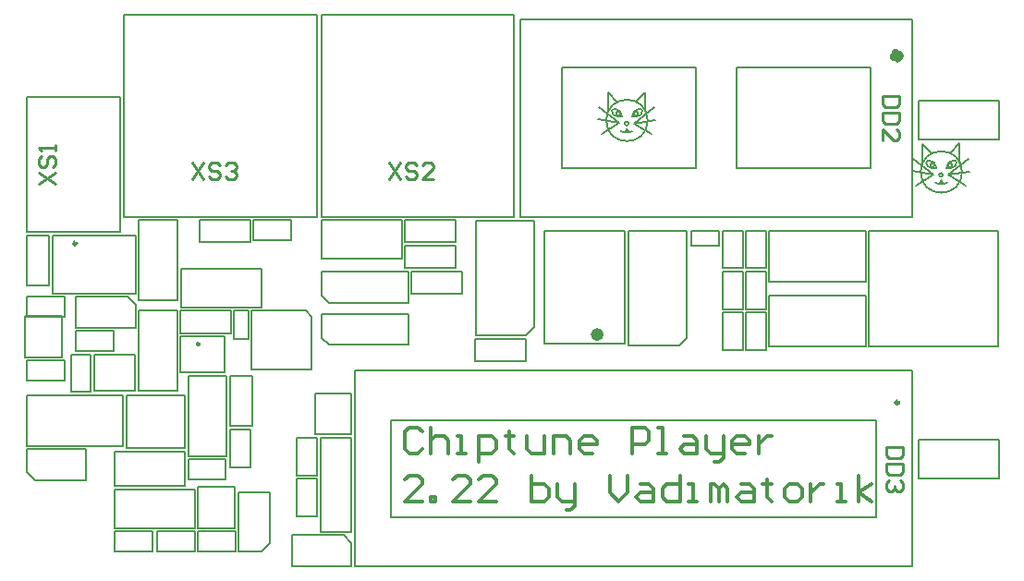
<source format=gto>
G04 Layer_Color=65535*
%FSLAX44Y44*%
%MOMM*%
G71*
G01*
G75*
%ADD10C,0.1500*%
%ADD11C,0.3000*%
%ADD12C,0.6000*%
%ADD14C,1.0000*%
%ADD91C,0.2500*%
%ADD92C,0.2000*%
%ADD93C,0.2540*%
D10*
X549750Y399750D02*
G03*
X552750Y402750I0J3000D01*
G01*
D02*
G03*
X555750Y399750I3000J0D01*
G01*
X564500Y421250D02*
G03*
X557500Y414250I0J-7000D01*
G01*
X566750Y419000D02*
G03*
X564500Y421250I-2250J0D01*
G01*
X562000Y414250D02*
G03*
X566750Y419000I0J4750D01*
G01*
X539000D02*
G03*
X543750Y414250I4750J0D01*
G01*
X541250Y421250D02*
G03*
X539000Y419000I0J-2250D01*
G01*
X548250Y414250D02*
G03*
X541250Y421250I-7000J0D01*
G01*
X836250Y367000D02*
G03*
X829250Y374000I-7000J0D01*
G01*
D02*
G03*
X827000Y371750I0J-2250D01*
G01*
D02*
G03*
X831750Y367000I4750J0D01*
G01*
X850000D02*
G03*
X854750Y371750I0J4750D01*
G01*
D02*
G03*
X852500Y374000I-2250J0D01*
G01*
D02*
G03*
X845500Y367000I0J-7000D01*
G01*
X555836Y399750D02*
G03*
X558250Y400750I0J3414D01*
G01*
X547250D02*
G03*
X549664Y399750I2414J2414D01*
G01*
X835250Y353500D02*
G03*
X837664Y352500I2414J2414D01*
G01*
X843836D02*
G03*
X846250Y353500I0J3414D01*
G01*
X840750Y355500D02*
G03*
X843750Y352500I3000J0D01*
G01*
X837750D02*
G03*
X840750Y355500I0J3000D01*
G01*
X150750Y81250D02*
X185250D01*
X150750D02*
Y99750D01*
X185250D01*
Y81250D02*
Y99750D01*
X122250Y15500D02*
X156750D01*
X122250D02*
Y34000D01*
X156750D01*
Y15500D02*
Y34000D01*
X83250Y15500D02*
X117750D01*
X83250D02*
Y34000D01*
X117750D01*
Y15500D02*
Y34000D01*
X2750Y249000D02*
X37250D01*
Y230500D02*
Y249000D01*
X2750Y230500D02*
X37250D01*
X2750D02*
Y249000D01*
X35000Y201250D02*
Y204000D01*
Y231000D01*
X1500D02*
X35000D01*
X1500Y193500D02*
Y231000D01*
Y193500D02*
X35000D01*
Y201250D01*
X105250Y236000D02*
X140750D01*
X105250Y162500D02*
Y236000D01*
Y162500D02*
X140750D01*
Y236000D01*
X143750Y215500D02*
Y236000D01*
Y215500D02*
X189750D01*
Y236000D01*
X143750D02*
X189750D01*
X158500Y179250D02*
X162500D01*
X184250D01*
Y212750D01*
X143750D02*
X184250D01*
X143750Y179250D02*
Y212750D01*
Y179250D02*
X158500D01*
X95750Y251700D02*
X102750D01*
Y297450D01*
Y305200D01*
X37000D02*
X102750D01*
X26250D02*
X37000D01*
X26250Y251700D02*
Y305200D01*
Y251700D02*
X45000D01*
X95750D01*
X150750Y176250D02*
X186250D01*
X150750Y102750D02*
Y176250D01*
Y102750D02*
X186250D01*
Y176250D01*
X2750Y190250D02*
X37250D01*
Y171750D02*
Y190250D01*
X2750Y171750D02*
X37250D01*
X2750D02*
Y190250D01*
X189250Y176250D02*
X209750D01*
X189250Y130250D02*
Y176250D01*
Y130250D02*
X209750D01*
Y176250D01*
X48250Y217500D02*
X82750D01*
Y199000D02*
Y217500D01*
X48250Y199000D02*
X82750D01*
X48250D02*
Y217500D01*
X57300Y80750D02*
Y109250D01*
X2800D02*
X57300D01*
X2800Y88250D02*
Y109250D01*
Y88250D02*
X10300Y80750D01*
X57300D01*
X2750Y259250D02*
X23250D01*
Y305250D01*
X2750D02*
X23250D01*
X2750Y259250D02*
Y305250D01*
X72500Y162500D02*
X75250D01*
X102250D01*
Y196000D01*
X64750D02*
X102250D01*
X64750Y162500D02*
Y196000D01*
Y162500D02*
X72500D01*
X94250Y113750D02*
Y158500D01*
Y110000D02*
Y113750D01*
Y110000D02*
X147750D01*
X94250Y158500D02*
X147750D01*
Y110000D02*
Y158500D01*
X61750Y161500D02*
Y196000D01*
X43250Y161500D02*
X61750D01*
X43250D02*
Y196000D01*
X61750D01*
X2750Y112000D02*
X91250D01*
X2750D02*
Y158500D01*
X91250D01*
Y112000D02*
Y158500D01*
X189250Y92750D02*
Y127250D01*
X207750D01*
Y92750D02*
Y127250D01*
X189250Y92750D02*
X207750D01*
X193250Y44750D02*
Y47500D01*
Y74500D01*
X159750D02*
X193250D01*
X159750Y37000D02*
Y74500D01*
Y37000D02*
X193250D01*
Y44750D01*
X159750Y15500D02*
X194250D01*
X159750D02*
Y34000D01*
X194250D01*
Y15500D02*
Y34000D01*
X192750Y236000D02*
X206250D01*
X192750Y210500D02*
Y236000D01*
Y210500D02*
X206250D01*
Y236000D01*
X217750Y239000D02*
Y274500D01*
X144250D02*
X217750D01*
X144250Y239000D02*
Y274500D01*
Y239000D02*
X217750D01*
X105750Y319250D02*
X141250D01*
X105750Y245750D02*
Y319250D01*
Y245750D02*
X141250D01*
Y319250D01*
X161500Y298750D02*
Y319250D01*
Y298750D02*
X207500D01*
Y319250D01*
X161500D02*
X207500D01*
X349500Y298750D02*
Y319250D01*
Y298750D02*
X395500D01*
Y319250D01*
X349500D02*
X395500D01*
X210500Y300750D02*
X245000D01*
X210500D02*
Y319250D01*
X245000D01*
Y300750D02*
Y319250D01*
X48250Y220500D02*
Y249000D01*
Y220500D02*
X102750D01*
Y241500D01*
X95250Y249000D02*
X102750Y241500D01*
X48250Y249000D02*
X95250D01*
X279500Y243500D02*
X352750D01*
X273000Y250000D02*
X279500Y243500D01*
X273000Y250000D02*
Y272000D01*
X352750D01*
Y243500D02*
Y272000D01*
X279500Y204750D02*
X352750D01*
X273000Y211250D02*
X279500Y204750D01*
X273000Y211250D02*
Y233250D01*
X352750D01*
Y204750D02*
Y233250D01*
X355500Y251500D02*
Y272000D01*
Y251500D02*
X401500D01*
Y272000D01*
X355500D02*
X401500D01*
X349500Y275000D02*
Y295500D01*
Y275000D02*
X395500D01*
Y295500D01*
X349500D02*
X395500D01*
X246050Y1750D02*
Y30250D01*
Y1750D02*
X300550D01*
Y22750D01*
X293050Y30250D02*
X300550Y22750D01*
X246050Y30250D02*
X293050D01*
X250500Y47750D02*
Y82250D01*
X269000D01*
Y47750D02*
Y82250D01*
X250500Y47750D02*
X269000D01*
X272050Y42000D02*
Y45750D01*
Y119750D01*
X278800D01*
X300550D01*
Y106750D02*
Y119750D01*
X272050Y33250D02*
Y42000D01*
Y33250D02*
X282050D01*
X300550D01*
Y106750D01*
X269000Y85250D02*
Y119750D01*
X250500Y85250D02*
X269000D01*
X250500D02*
Y119750D01*
X269000D01*
X258250Y236000D02*
X263500Y230750D01*
Y182500D02*
Y230750D01*
X209000Y236000D02*
X258250D01*
X209000Y182500D02*
X263500D01*
X209000D02*
Y236000D01*
X197250Y69950D02*
X225750D01*
X197250Y15450D02*
Y69950D01*
Y15450D02*
X218250D01*
X225750Y22950D01*
Y69950D01*
X300550Y130500D02*
Y133250D01*
Y160250D01*
X267050D02*
X300550D01*
X267050Y122750D02*
Y160250D01*
Y122750D02*
X300550D01*
Y130500D01*
X459800Y189500D02*
Y210000D01*
X413800D02*
X459800D01*
X413800Y189500D02*
Y210000D01*
Y189500D02*
X459800D01*
X476750Y206050D02*
X550500D01*
Y220300D01*
Y309550D01*
X476750Y206050D02*
Y309550D01*
X550500D01*
X871750Y309500D02*
X878250D01*
X774500D02*
X871750D01*
X774500Y203500D02*
Y309500D01*
Y203500D02*
X893000D01*
Y309500D01*
X878250D02*
X893000D01*
X92000Y322250D02*
Y363000D01*
Y322250D02*
X268500D01*
Y507250D01*
X92000D02*
X268500D01*
X92000Y367750D02*
Y507250D01*
Y363000D02*
Y367750D01*
X273000Y363000D02*
Y367750D01*
Y507250D01*
X449500D01*
Y322250D02*
Y507250D01*
X273000Y322250D02*
X449500D01*
X273000D02*
Y363000D01*
X68500Y308250D02*
X72000D01*
X2750D02*
Y317750D01*
Y308250D02*
X68500D01*
X2750Y317750D02*
Y431750D01*
X86250D01*
X88750D01*
Y308250D02*
Y431750D01*
X72000Y308250D02*
X88750D01*
X774850Y503500D02*
X777100D01*
X455100D02*
X774850D01*
X455100Y497750D02*
Y503500D01*
Y322250D02*
Y497750D01*
Y322250D02*
X459350D01*
X814350D01*
Y335750D01*
Y503500D01*
X808600D02*
X814350D01*
X777100D02*
X808600D01*
X762850Y458750D02*
X775850D01*
Y367000D02*
Y458750D01*
X758600Y367000D02*
X775850D01*
X652850D02*
X758600D01*
X652850D02*
Y458750D01*
X762850D01*
X603350D02*
X615850D01*
X492850D02*
X603350D01*
X615850D01*
Y367000D02*
Y458750D01*
X492850Y367000D02*
Y458750D01*
Y367000D02*
X615850D01*
X357100Y46850D02*
X781350D01*
X336350D02*
X357100D01*
X336350D02*
Y135850D01*
X347100D01*
X303600Y181600D02*
X802100D01*
X303600Y173850D02*
Y181600D01*
X802100D02*
X814350D01*
Y175600D02*
Y181600D01*
Y1850D02*
Y175600D01*
X808850Y1850D02*
X814350D01*
X303600D02*
X808850D01*
X303600D02*
Y3850D01*
Y173850D01*
X347100Y135850D02*
X781350D01*
Y46850D02*
Y135850D01*
X661750Y237500D02*
X680250D01*
Y272000D01*
X661750D02*
X680250D01*
X661750Y237500D02*
Y272000D01*
X640250D02*
X658750D01*
X640250Y237500D02*
Y272000D01*
Y237500D02*
X658750D01*
Y272000D01*
X661750Y234500D02*
X680250D01*
X661750Y200000D02*
Y234500D01*
Y200000D02*
X680250D01*
Y234500D01*
X640250Y200000D02*
X658750D01*
Y234500D01*
X640250D02*
X658750D01*
X640250Y200000D02*
Y234500D01*
X611750Y296000D02*
X637250D01*
X611750D02*
Y309500D01*
X637250D01*
Y296000D02*
Y309500D01*
X640250D02*
X658750D01*
X640250Y275000D02*
Y309500D01*
Y275000D02*
X658750D01*
Y309500D01*
X683250Y263000D02*
Y309500D01*
Y263000D02*
X771750D01*
Y309500D01*
X683250D02*
X771750D01*
X683250Y203500D02*
Y250000D01*
Y203500D02*
X771750D01*
Y250000D01*
X683250D02*
X771750D01*
X661750Y275000D02*
X680250D01*
Y309500D01*
X661750D02*
X680250D01*
X661750Y275000D02*
Y309500D01*
X820000Y117750D02*
X893500D01*
Y82250D02*
Y117750D01*
X820000Y82250D02*
X893500D01*
X820000D02*
Y117750D01*
Y428500D02*
X893500D01*
Y393000D02*
Y428500D01*
X820000Y393000D02*
X893500D01*
X820000D02*
Y428500D01*
X83250Y37000D02*
Y72500D01*
Y37000D02*
X156750D01*
Y72500D01*
X83250D02*
X156750D01*
X346500Y283750D02*
Y319250D01*
X273000D02*
X346500D01*
X273000Y283750D02*
Y319250D01*
Y283750D02*
X346500D01*
X535750Y436250D02*
X544250Y427250D01*
X535750Y418750D02*
Y436250D01*
X569500Y419000D02*
Y436500D01*
X561000Y427500D02*
X569500Y436500D01*
X559250Y407750D02*
X577750Y422250D01*
X559250Y407750D02*
X575500Y398000D01*
X559250Y407750D02*
X578500Y411000D01*
X526250Y411250D02*
X545500Y408000D01*
X529250Y398250D02*
X545500Y408000D01*
X527000Y422500D02*
X545500Y408000D01*
X549750Y399750D02*
X555750D01*
X557500Y414250D02*
X562000D01*
X543750D02*
X548250D01*
X831750Y367000D02*
X836250D01*
X845500D02*
X850000D01*
X815000Y375250D02*
X833500Y360750D01*
X817250Y351000D02*
X833500Y360750D01*
X814250Y364000D02*
X833500Y360750D01*
X847250Y360500D02*
X866500Y363750D01*
X847250Y360500D02*
X863500Y350750D01*
X847250Y360500D02*
X865750Y375000D01*
X849000Y380250D02*
X857500Y389250D01*
Y371750D02*
Y389250D01*
X823750Y371500D02*
Y389000D01*
X832250Y380000D01*
X555750Y399750D02*
X555836D01*
X843750Y352500D02*
X843836D01*
X837750D02*
X843750D01*
D11*
X48346Y297700D02*
G03*
X48346Y297700I-1346J0D01*
G01*
X801764Y151850D02*
G03*
X801764Y151850I-1414J0D01*
G01*
X365245Y125229D02*
X361246Y129228D01*
X353249D01*
X349250Y125229D01*
Y109234D01*
X353249Y105236D01*
X361246D01*
X365245Y109234D01*
X373242Y129228D02*
Y105236D01*
Y117232D01*
X377241Y121230D01*
X385238D01*
X389237Y117232D01*
Y105236D01*
X397234D02*
X405232D01*
X401233D01*
Y121230D01*
X397234D01*
X417228Y97238D02*
Y121230D01*
X429224D01*
X433223Y117232D01*
Y109234D01*
X429224Y105236D01*
X417228D01*
X445219Y125229D02*
Y121230D01*
X441220D01*
X449218D01*
X445219D01*
Y109234D01*
X449218Y105236D01*
X461214Y121230D02*
Y109234D01*
X465213Y105236D01*
X477209D01*
Y121230D01*
X485206Y105236D02*
Y121230D01*
X497202D01*
X501201Y117232D01*
Y105236D01*
X521194D02*
X513197D01*
X509198Y109234D01*
Y117232D01*
X513197Y121230D01*
X521194D01*
X525193Y117232D01*
Y113233D01*
X509198D01*
X557183Y105236D02*
Y129228D01*
X569179D01*
X573178Y125229D01*
Y117232D01*
X569179Y113233D01*
X557183D01*
X581175Y105236D02*
X589173D01*
X585174D01*
Y129228D01*
X581175D01*
X605167Y121230D02*
X613165D01*
X617164Y117232D01*
Y105236D01*
X605167D01*
X601169Y109234D01*
X605167Y113233D01*
X617164D01*
X625161Y121230D02*
Y109234D01*
X629160Y105236D01*
X641156D01*
Y101237D01*
X637157Y97238D01*
X633158D01*
X641156Y105236D02*
Y121230D01*
X661149Y105236D02*
X653152D01*
X649153Y109234D01*
Y117232D01*
X653152Y121230D01*
X661149D01*
X665148Y117232D01*
Y113233D01*
X649153D01*
X673145Y121230D02*
Y105236D01*
Y113233D01*
X677144Y117232D01*
X681143Y121230D01*
X685142D01*
X365245Y61247D02*
X349250D01*
X365245Y77242D01*
Y81241D01*
X361246Y85240D01*
X353249D01*
X349250Y81241D01*
X373242Y61247D02*
Y65246D01*
X377241D01*
Y61247D01*
X373242D01*
X409231D02*
X393236D01*
X409231Y77242D01*
Y81241D01*
X405232Y85240D01*
X397234D01*
X393236Y81241D01*
X433223Y61247D02*
X417228D01*
X433223Y77242D01*
Y81241D01*
X429224Y85240D01*
X421227D01*
X417228Y81241D01*
X465213Y85240D02*
Y61247D01*
X477209D01*
X481207Y65246D01*
Y69245D01*
Y73243D01*
X477209Y77242D01*
X465213D01*
X489205D02*
Y65246D01*
X493204Y61247D01*
X505200D01*
Y57249D01*
X501201Y53250D01*
X497202D01*
X505200Y61247D02*
Y77242D01*
X537189Y85240D02*
Y69245D01*
X545187Y61247D01*
X553184Y69245D01*
Y85240D01*
X565180Y77242D02*
X573178D01*
X577176Y73243D01*
Y61247D01*
X565180D01*
X561182Y65246D01*
X565180Y69245D01*
X577176D01*
X601169Y85240D02*
Y61247D01*
X589173D01*
X585174Y65246D01*
Y73243D01*
X589173Y77242D01*
X601169D01*
X609166Y61247D02*
X617164D01*
X613165D01*
Y77242D01*
X609166D01*
X629160Y61247D02*
Y77242D01*
X633158D01*
X637157Y73243D01*
Y61247D01*
Y73243D01*
X641156Y77242D01*
X645154Y73243D01*
Y61247D01*
X657151Y77242D02*
X665148D01*
X669147Y73243D01*
Y61247D01*
X657151D01*
X653152Y65246D01*
X657151Y69245D01*
X669147D01*
X681143Y81241D02*
Y77242D01*
X677144D01*
X685142D01*
X681143D01*
Y65246D01*
X685142Y61247D01*
X701136D02*
X709134D01*
X713132Y65246D01*
Y73243D01*
X709134Y77242D01*
X701136D01*
X697138Y73243D01*
Y65246D01*
X701136Y61247D01*
X721130Y77242D02*
Y61247D01*
Y69245D01*
X725129Y73243D01*
X729127Y77242D01*
X733126D01*
X745122Y61247D02*
X753120D01*
X749121D01*
Y77242D01*
X745122D01*
X765116Y61247D02*
Y85240D01*
Y69245D02*
X777112Y77242D01*
X765116Y69245D02*
X777112Y61247D01*
D12*
X528500Y214300D02*
G03*
X528500Y214300I-3000J0D01*
G01*
D14*
X801264Y469750D02*
G03*
X801264Y469750I-1414J0D01*
G01*
D91*
X161250Y205500D02*
G03*
X161250Y205500I-1250J0D01*
G01*
D92*
X571757Y410500D02*
G03*
X571757Y410500I-19007J0D01*
G01*
X546570Y416750D02*
G03*
X546570Y416750I-1820J0D01*
G01*
X562820D02*
G03*
X562820Y416750I-1820J0D01*
G01*
X554320Y407750D02*
G03*
X554320Y407750I-1820J0D01*
G01*
X842320Y360500D02*
G03*
X842320Y360500I-1820J0D01*
G01*
X850820Y369500D02*
G03*
X850820Y369500I-1820J0D01*
G01*
X834570D02*
G03*
X834570Y369500I-1820J0D01*
G01*
X859756Y363250D02*
G03*
X859756Y363250I-19007J0D01*
G01*
X147500Y75750D02*
Y106750D01*
X83500D02*
X147500D01*
X83500Y75750D02*
Y106750D01*
Y75750D02*
X147500D01*
X553800Y203900D02*
X600300D01*
X607800Y211400D01*
Y309400D01*
X553800Y203900D02*
Y309400D01*
X607800D01*
X414050Y318900D02*
X468050D01*
X414050Y213400D02*
Y318900D01*
X468050Y220900D02*
Y318900D01*
X460550Y213400D02*
X468050Y220900D01*
X414050Y213400D02*
X460550D01*
D93*
X154250Y371985D02*
X164407Y356750D01*
Y371985D02*
X154250Y356750D01*
X179642Y369446D02*
X177103Y371985D01*
X172024D01*
X169485Y369446D01*
Y366907D01*
X172024Y364367D01*
X177103D01*
X179642Y361828D01*
Y359289D01*
X177103Y356750D01*
X172024D01*
X169485Y359289D01*
X184720Y369446D02*
X187259Y371985D01*
X192338D01*
X194877Y369446D01*
Y366907D01*
X192338Y364367D01*
X189799D01*
X192338D01*
X194877Y361828D01*
Y359289D01*
X192338Y356750D01*
X187259D01*
X184720Y359289D01*
X335250Y371485D02*
X345407Y356250D01*
Y371485D02*
X335250Y356250D01*
X360642Y368946D02*
X358103Y371485D01*
X353024D01*
X350485Y368946D01*
Y366407D01*
X353024Y363867D01*
X358103D01*
X360642Y361328D01*
Y358789D01*
X358103Y356250D01*
X353024D01*
X350485Y358789D01*
X375877Y356250D02*
X365720D01*
X375877Y366407D01*
Y368946D01*
X373338Y371485D01*
X368259D01*
X365720Y368946D01*
X13765Y352000D02*
X29000Y362157D01*
X13765D02*
X29000Y352000D01*
X16304Y377392D02*
X13765Y374853D01*
Y369774D01*
X16304Y367235D01*
X18843D01*
X21383Y369774D01*
Y374853D01*
X23922Y377392D01*
X26461D01*
X29000Y374853D01*
Y369774D01*
X26461Y367235D01*
X29000Y382470D02*
Y387548D01*
Y385009D01*
X13765D01*
X16304Y382470D01*
X801985Y432750D02*
X786750D01*
Y425132D01*
X789289Y422593D01*
X799446D01*
X801985Y425132D01*
Y432750D01*
Y417515D02*
X786750D01*
Y409897D01*
X789289Y407358D01*
X799446D01*
X801985Y409897D01*
Y417515D01*
X786750Y392123D02*
Y402280D01*
X796907Y392123D01*
X799446D01*
X801985Y394662D01*
Y399741D01*
X799446Y402280D01*
X805735Y111150D02*
X790500D01*
Y103532D01*
X793039Y100993D01*
X803196D01*
X805735Y103532D01*
Y111150D01*
Y95915D02*
X790500D01*
Y88297D01*
X793039Y85758D01*
X803196D01*
X805735Y88297D01*
Y95915D01*
X803196Y80680D02*
X805735Y78141D01*
Y73062D01*
X803196Y70523D01*
X800657D01*
X798118Y73062D01*
Y75602D01*
Y73062D01*
X795578Y70523D01*
X793039D01*
X790500Y73062D01*
Y78141D01*
X793039Y80680D01*
M02*

</source>
